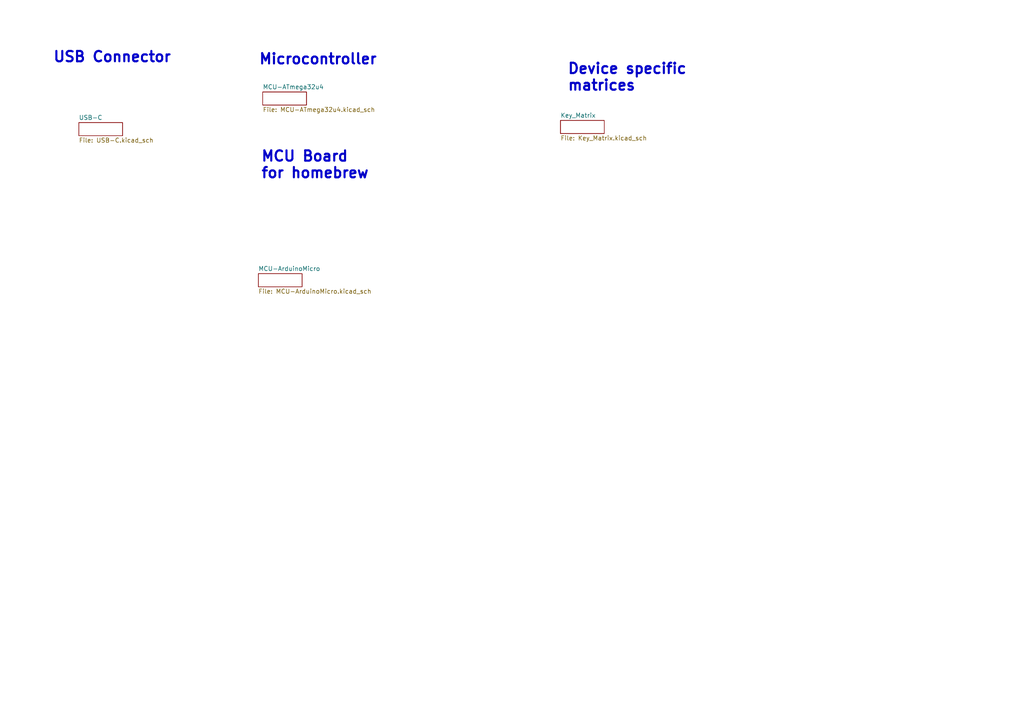
<source format=kicad_sch>
(kicad_sch (version 20211123) (generator eeschema)
  (paper "A4")
  (title_block (date "2018-09-05"))
  (lib_symbols)
  (text "Microcontroller" (at 74.93 19.05 0) (effects (font (size 2.9972 2.9972) (thickness 0.5994) bold) (justify left bottom)))
  (text "Device specific\nmatrices" (at 164.465 26.67 0) (effects (font (size 2.9972 2.9972) (thickness 0.5994) bold) (justify left bottom)))
  (text "MCU Board\nfor homebrew" (at 75.565 52.07 0) (effects (font (size 2.9972 2.9972) (thickness 0.5994) bold) (justify left bottom)))
  (text "USB Connector" (at 15.24 18.415 0) (effects (font (size 2.9972 2.9972) (thickness 0.5994) bold) (justify left bottom)))
  (sheet (at 162.56 34.925) (size 12.7 3.81)
    (property "Sheet name" "Key_Matrix" (at 162.56 34.2134 0) (effects (justify left bottom)))
    (property "Sheet file" "Key_Matrix.kicad_sch" (at 162.56 39.3196 0) (effects (justify left top)))
  )
  (sheet (at 76.2 26.67) (size 12.7 3.81)
    (property "Sheet name" "MCU-ATmega32u4" (at 76.2 25.9584 0) (effects (justify left bottom)))
    (property "Sheet file" "MCU-ATmega32u4.kicad_sch" (at 76.2 31.0646 0) (effects (justify left top)))
  )
  (sheet (at 22.86 35.56) (size 12.7 3.81)
    (property "Sheet name" "USB-C" (at 22.86 34.8484 0) (effects (justify left bottom)))
    (property "Sheet file" "USB-C.kicad_sch" (at 22.86 39.9546 0) (effects (justify left top)))
  )
  (sheet (at 74.93 79.375) (size 12.7 3.81)
    (property "Sheet name" "MCU-ArduinoMicro" (at 74.93 78.6634 0) (effects (justify left bottom)))
    (property "Sheet file" "MCU-ArduinoMicro.kicad_sch" (at 74.93 83.7696 0) (effects (justify left top)))
  )
)
</source>
